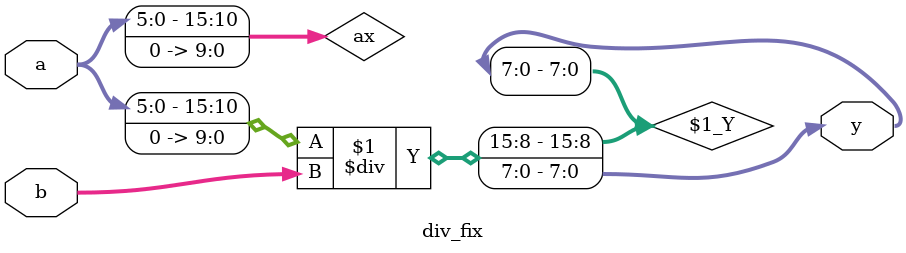
<source format=sv>
module div_fix 
# (
  parameter int DATA_LEN = 8
) (
  input  logic [DATA_LEN-1:0] a,
  input  logic [DATA_LEN-1:0] b,
  output logic [DATA_LEN-1:0] y
);
  logic  [(2*DATA_LEN)-1:0] ax;
  assign ax = { a, 10'b0000000000 }; 
  assign y = ax / b;
endmodule
</source>
